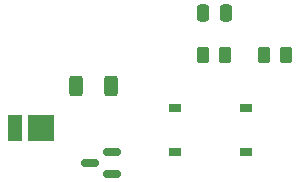
<source format=gbr>
%TF.GenerationSoftware,KiCad,Pcbnew,7.0.5*%
%TF.CreationDate,2024-01-30T14:43:17+01:00*%
%TF.ProjectId,DelaySw,44656c61-7953-4772-9e6b-696361645f70,rev?*%
%TF.SameCoordinates,Original*%
%TF.FileFunction,Paste,Top*%
%TF.FilePolarity,Positive*%
%FSLAX46Y46*%
G04 Gerber Fmt 4.6, Leading zero omitted, Abs format (unit mm)*
G04 Created by KiCad (PCBNEW 7.0.5) date 2024-01-30 14:43:17*
%MOMM*%
%LPD*%
G01*
G04 APERTURE LIST*
G04 Aperture macros list*
%AMRoundRect*
0 Rectangle with rounded corners*
0 $1 Rounding radius*
0 $2 $3 $4 $5 $6 $7 $8 $9 X,Y pos of 4 corners*
0 Add a 4 corners polygon primitive as box body*
4,1,4,$2,$3,$4,$5,$6,$7,$8,$9,$2,$3,0*
0 Add four circle primitives for the rounded corners*
1,1,$1+$1,$2,$3*
1,1,$1+$1,$4,$5*
1,1,$1+$1,$6,$7*
1,1,$1+$1,$8,$9*
0 Add four rect primitives between the rounded corners*
20,1,$1+$1,$2,$3,$4,$5,0*
20,1,$1+$1,$4,$5,$6,$7,0*
20,1,$1+$1,$6,$7,$8,$9,0*
20,1,$1+$1,$8,$9,$2,$3,0*%
G04 Aperture macros list end*
%ADD10RoundRect,0.250000X0.250000X0.475000X-0.250000X0.475000X-0.250000X-0.475000X0.250000X-0.475000X0*%
%ADD11RoundRect,0.150000X0.587500X0.150000X-0.587500X0.150000X-0.587500X-0.150000X0.587500X-0.150000X0*%
%ADD12RoundRect,0.250000X-0.312500X-0.625000X0.312500X-0.625000X0.312500X0.625000X-0.312500X0.625000X0*%
%ADD13R,2.200000X2.200000*%
%ADD14R,1.250000X2.200000*%
%ADD15RoundRect,0.250000X0.262500X0.450000X-0.262500X0.450000X-0.262500X-0.450000X0.262500X-0.450000X0*%
%ADD16R,1.000000X0.750000*%
G04 APERTURE END LIST*
D10*
%TO.C,C1*%
X44958000Y-32004000D03*
X43058000Y-32004000D03*
%TD*%
D11*
%TO.C,Q1*%
X35306000Y-45654000D03*
X35306000Y-43754000D03*
X33431000Y-44704000D03*
%TD*%
D12*
%TO.C,R3*%
X32319500Y-38227000D03*
X35244500Y-38227000D03*
%TD*%
D13*
%TO.C,D2*%
X29348000Y-41783000D03*
D14*
X27073000Y-41783000D03*
%TD*%
D15*
%TO.C,R1*%
X50061500Y-35560000D03*
X48236500Y-35560000D03*
%TD*%
D16*
%TO.C,SW1*%
X46688000Y-43785000D03*
X40688000Y-43785000D03*
X46688000Y-40035000D03*
X40688000Y-40035000D03*
%TD*%
D15*
%TO.C,R2*%
X44878000Y-35560000D03*
X43053000Y-35560000D03*
%TD*%
M02*

</source>
